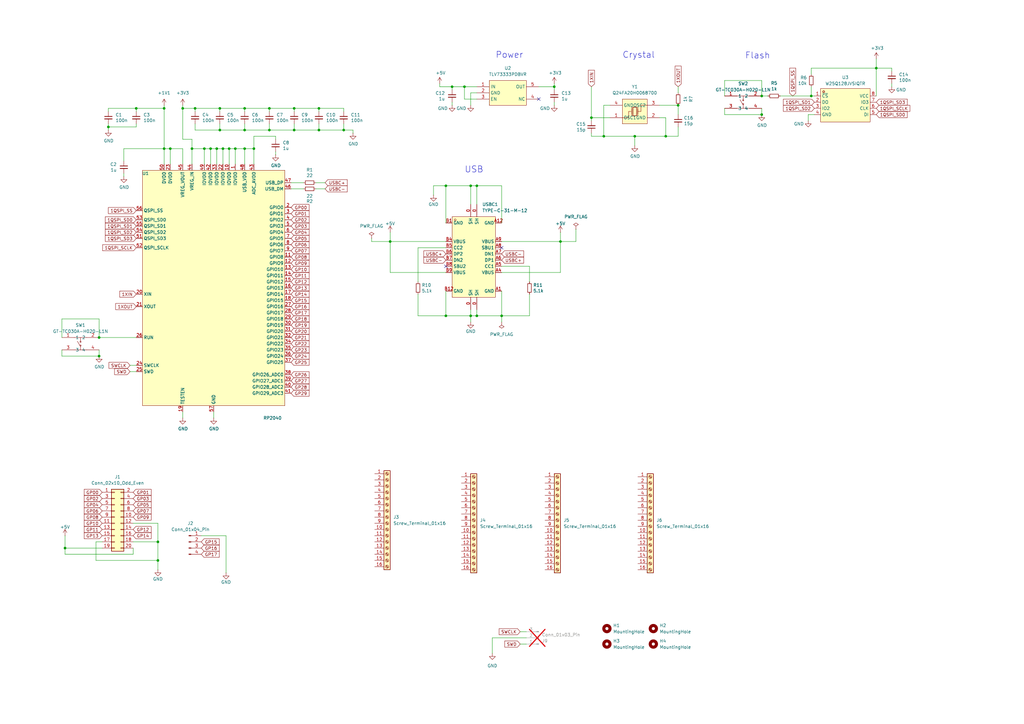
<source format=kicad_sch>
(kicad_sch (version 20231120) (generator "eeschema") (generator_version "8.0")
  (paper "A3")
  (junction (at 130.81 44.45))
  (junction (at 67.31 44.45))
  (junction (at 83.82 60.96))
  (junction (at 91.44 60.96))
  (junction (at 185.42 35.56))
  (junction (at 86.36 60.96))
  (junction (at 227.33 35.56))
  (junction (at 90.17 53.34))
  (junction (at 182.88 76.2))
  (junction (at 193.04 129.54))
  (junction (at 80.01 44.45))
  (junction (at 273.05 55.88))
  (junction (at 93.98 60.96))
  (junction (at 104.14 60.96))
  (junction (at 242.57 48.26))
  (junction (at 130.81 53.34))
  (junction (at 160.02 99.06))
  (junction (at 247.65 55.88))
  (junction (at 195.58 76.2))
  (junction (at 100.33 44.45))
  (junction (at 120.65 53.34))
  (junction (at 205.74 129.54))
  (junction (at 96.52 60.96))
  (junction (at 195.58 129.54))
  (junction (at 100.33 53.34))
  (junction (at 193.04 76.2))
  (junction (at 278.13 43.18))
  (junction (at 110.49 44.45))
  (junction (at 74.93 44.45))
  (junction (at 332.74 39.37))
  (junction (at 44.45 52.07))
  (junction (at 64.77 229.87))
  (junction (at 26.67 224.79))
  (junction (at 359.41 27.94))
  (junction (at 260.35 55.88))
  (junction (at 69.85 60.96))
  (junction (at 64.77 222.25))
  (junction (at 120.65 44.45))
  (junction (at 67.31 60.96))
  (junction (at 40.64 138.43))
  (junction (at 55.88 44.45))
  (junction (at 40.64 146.05))
  (junction (at 182.88 129.54))
  (junction (at 312.42 46.99))
  (junction (at 190.5 35.56))
  (junction (at 88.9 60.96))
  (junction (at 78.74 60.96))
  (junction (at 110.49 53.34))
  (junction (at 100.33 60.96))
  (junction (at 229.87 99.06))
  (junction (at 140.97 53.34))
  (junction (at 312.42 39.37))
  (junction (at 90.17 44.45))
  (no_connect (at 220.98 40.64))
  (no_connect (at 205.74 101.6))
  (no_connect (at 182.88 109.22))
  (wire (pts (xy 40.64 138.43) (xy 55.88 138.43)))
  (wire (pts (xy 171.45 120.65) (xy 171.45 129.54)))
  (wire (pts (xy 110.49 44.45) (xy 120.65 44.45)))
  (wire (pts (xy 69.85 60.96) (xy 69.85 67.31)))
  (wire (pts (xy 92.71 219.71) (xy 82.55 219.71)))
  (wire (pts (xy 185.42 36.83) (xy 185.42 35.56)))
  (wire (pts (xy 270.51 43.18) (xy 278.13 43.18)))
  (wire (pts (xy 312.42 33.02) (xy 312.42 39.37)))
  (wire (pts (xy 297.18 46.99) (xy 297.18 44.45)))
  (wire (pts (xy 312.42 46.99) (xy 312.42 44.45)))
  (wire (pts (xy 100.33 60.96) (xy 104.14 60.96)))
  (wire (pts (xy 190.5 40.64) (xy 190.5 35.56)))
  (wire (pts (xy 182.88 99.06) (xy 160.02 99.06)))
  (wire (pts (xy 144.78 53.34) (xy 144.78 54.61)))
  (wire (pts (xy 110.49 53.34) (xy 120.65 53.34)))
  (wire (pts (xy 297.18 33.02) (xy 297.18 39.37)))
  (wire (pts (xy 193.04 76.2) (xy 193.04 83.82)))
  (wire (pts (xy 201.93 267.97) (xy 201.93 261.62)))
  (wire (pts (xy 140.97 45.72) (xy 140.97 44.45)))
  (wire (pts (xy 67.31 60.96) (xy 69.85 60.96)))
  (wire (pts (xy 74.93 60.96) (xy 74.93 67.31)))
  (wire (pts (xy 205.74 129.54) (xy 195.58 129.54)))
  (wire (pts (xy 80.01 44.45) (xy 90.17 44.45)))
  (wire (pts (xy 80.01 45.72) (xy 80.01 44.45)))
  (wire (pts (xy 120.65 50.8) (xy 120.65 53.34)))
  (wire (pts (xy 39.37 229.87) (xy 64.77 229.87)))
  (wire (pts (xy 247.65 43.18) (xy 250.19 43.18)))
  (wire (pts (xy 193.04 76.2) (xy 195.58 76.2)))
  (wire (pts (xy 242.57 48.26) (xy 242.57 49.53)))
  (wire (pts (xy 227.33 41.91) (xy 227.33 43.18)))
  (wire (pts (xy 312.42 39.37) (xy 314.96 39.37)))
  (wire (pts (xy 129.54 74.93) (xy 133.35 74.93)))
  (wire (pts (xy 64.77 233.68) (xy 64.77 229.87)))
  (wire (pts (xy 180.34 35.56) (xy 185.42 35.56)))
  (wire (pts (xy 297.18 33.02) (xy 312.42 33.02)))
  (wire (pts (xy 78.74 57.15) (xy 74.93 57.15)))
  (wire (pts (xy 297.18 46.99) (xy 312.42 46.99)))
  (wire (pts (xy 69.85 60.96) (xy 74.93 60.96)))
  (wire (pts (xy 54.61 227.33) (xy 26.67 227.33)))
  (wire (pts (xy 140.97 53.34) (xy 144.78 53.34)))
  (wire (pts (xy 278.13 55.88) (xy 278.13 52.07)))
  (wire (pts (xy 93.98 67.31) (xy 93.98 60.96)))
  (wire (pts (xy 260.35 55.88) (xy 273.05 55.88)))
  (wire (pts (xy 25.4 146.05) (xy 25.4 143.51)))
  (wire (pts (xy 92.71 234.95) (xy 92.71 219.71)))
  (wire (pts (xy 74.93 57.15) (xy 74.93 44.45)))
  (wire (pts (xy 229.87 111.76) (xy 229.87 99.06)))
  (wire (pts (xy 152.4 97.79) (xy 152.4 99.06)))
  (wire (pts (xy 83.82 60.96) (xy 86.36 60.96)))
  (wire (pts (xy 177.8 80.01) (xy 177.8 76.2)))
  (wire (pts (xy 100.33 67.31) (xy 100.33 60.96)))
  (wire (pts (xy 113.03 62.23) (xy 113.03 63.5)))
  (wire (pts (xy 229.87 99.06) (xy 236.22 99.06)))
  (wire (pts (xy 78.74 67.31) (xy 78.74 60.96)))
  (wire (pts (xy 270.51 48.26) (xy 273.05 48.26)))
  (wire (pts (xy 217.17 120.65) (xy 217.17 129.54)))
  (wire (pts (xy 78.74 60.96) (xy 78.74 57.15)))
  (wire (pts (xy 236.22 93.98) (xy 236.22 99.06)))
  (wire (pts (xy 195.58 76.2) (xy 195.58 83.82)))
  (wire (pts (xy 100.33 50.8) (xy 100.33 53.34)))
  (wire (pts (xy 193.04 129.54) (xy 193.04 127)))
  (wire (pts (xy 78.74 60.96) (xy 83.82 60.96)))
  (wire (pts (xy 160.02 111.76) (xy 182.88 111.76)))
  (wire (pts (xy 55.88 44.45) (xy 67.31 44.45)))
  (wire (pts (xy 177.8 76.2) (xy 182.88 76.2)))
  (wire (pts (xy 195.58 129.54) (xy 193.04 129.54)))
  (wire (pts (xy 332.74 35.56) (xy 332.74 39.37)))
  (wire (pts (xy 242.57 55.88) (xy 247.65 55.88)))
  (wire (pts (xy 110.49 45.72) (xy 110.49 44.45)))
  (wire (pts (xy 120.65 45.72) (xy 120.65 44.45)))
  (wire (pts (xy 182.88 129.54) (xy 193.04 129.54)))
  (wire (pts (xy 55.88 45.72) (xy 55.88 44.45)))
  (wire (pts (xy 100.33 45.72) (xy 100.33 44.45)))
  (wire (pts (xy 100.33 53.34) (xy 110.49 53.34)))
  (wire (pts (xy 119.38 77.47) (xy 124.46 77.47)))
  (wire (pts (xy 26.67 227.33) (xy 26.67 224.79)))
  (wire (pts (xy 25.4 138.43) (xy 25.4 130.81)))
  (wire (pts (xy 359.41 27.94) (xy 365.76 27.94)))
  (wire (pts (xy 180.34 35.56) (xy 180.34 34.29)))
  (wire (pts (xy 93.98 60.96) (xy 96.52 60.96)))
  (wire (pts (xy 44.45 44.45) (xy 55.88 44.45)))
  (wire (pts (xy 190.5 40.64) (xy 195.58 40.64)))
  (wire (pts (xy 64.77 229.87) (xy 64.77 222.25)))
  (wire (pts (xy 229.87 111.76) (xy 205.74 111.76)))
  (wire (pts (xy 331.47 46.99) (xy 331.47 49.53)))
  (wire (pts (xy 120.65 44.45) (xy 130.81 44.45)))
  (wire (pts (xy 242.57 55.88) (xy 242.57 54.61)))
  (wire (pts (xy 331.47 46.99) (xy 334.01 46.99)))
  (wire (pts (xy 185.42 41.91) (xy 185.42 43.18)))
  (wire (pts (xy 129.54 77.47) (xy 133.35 77.47)))
  (wire (pts (xy 44.45 50.8) (xy 44.45 52.07)))
  (wire (pts (xy 90.17 50.8) (xy 90.17 53.34)))
  (wire (pts (xy 44.45 52.07) (xy 44.45 53.34)))
  (wire (pts (xy 44.45 52.07) (xy 55.88 52.07)))
  (wire (pts (xy 130.81 44.45) (xy 140.97 44.45)))
  (wire (pts (xy 39.37 222.25) (xy 41.91 222.25)))
  (wire (pts (xy 130.81 50.8) (xy 130.81 53.34)))
  (wire (pts (xy 91.44 60.96) (xy 93.98 60.96)))
  (wire (pts (xy 332.74 27.94) (xy 359.41 27.94)))
  (wire (pts (xy 54.61 224.79) (xy 54.61 227.33)))
  (wire (pts (xy 185.42 35.56) (xy 190.5 35.56)))
  (wire (pts (xy 96.52 60.96) (xy 100.33 60.96)))
  (wire (pts (xy 193.04 132.08) (xy 193.04 129.54)))
  (wire (pts (xy 273.05 48.26) (xy 273.05 55.88)))
  (wire (pts (xy 26.67 224.79) (xy 41.91 224.79)))
  (wire (pts (xy 365.76 27.94) (xy 365.76 29.21)))
  (wire (pts (xy 227.33 35.56) (xy 227.33 36.83)))
  (wire (pts (xy 54.61 214.63) (xy 64.77 214.63)))
  (wire (pts (xy 182.88 76.2) (xy 193.04 76.2)))
  (wire (pts (xy 74.93 168.91) (xy 74.93 171.45)))
  (wire (pts (xy 119.38 74.93) (xy 124.46 74.93)))
  (wire (pts (xy 87.63 168.91) (xy 87.63 171.45)))
  (wire (pts (xy 220.98 35.56) (xy 227.33 35.56)))
  (wire (pts (xy 278.13 35.56) (xy 278.13 38.1)))
  (wire (pts (xy 242.57 35.56) (xy 242.57 48.26)))
  (wire (pts (xy 40.64 143.51) (xy 40.64 146.05)))
  (wire (pts (xy 74.93 43.18) (xy 74.93 44.45)))
  (wire (pts (xy 39.37 222.25) (xy 39.37 229.87)))
  (wire (pts (xy 205.74 91.44) (xy 205.74 76.2)))
  (wire (pts (xy 182.88 101.6) (xy 171.45 101.6)))
  (wire (pts (xy 26.67 219.71) (xy 26.67 224.79)))
  (wire (pts (xy 359.41 27.94) (xy 359.41 39.37)))
  (wire (pts (xy 359.41 24.13) (xy 359.41 27.94)))
  (wire (pts (xy 86.36 60.96) (xy 88.9 60.96)))
  (wire (pts (xy 83.82 67.31) (xy 83.82 60.96)))
  (wire (pts (xy 193.04 38.1) (xy 193.04 43.18)))
  (wire (pts (xy 229.87 99.06) (xy 229.87 95.25)))
  (wire (pts (xy 53.34 149.86) (xy 55.88 149.86)))
  (wire (pts (xy 273.05 55.88) (xy 278.13 55.88)))
  (wire (pts (xy 100.33 44.45) (xy 110.49 44.45)))
  (wire (pts (xy 182.88 119.38) (xy 182.88 129.54)))
  (wire (pts (xy 193.04 38.1) (xy 195.58 38.1)))
  (wire (pts (xy 247.65 43.18) (xy 247.65 55.88)))
  (wire (pts (xy 55.88 52.07) (xy 55.88 50.8)))
  (wire (pts (xy 64.77 214.63) (xy 64.77 222.25)))
  (wire (pts (xy 90.17 53.34) (xy 100.33 53.34)))
  (wire (pts (xy 80.01 50.8) (xy 80.01 53.34)))
  (wire (pts (xy 247.65 55.88) (xy 260.35 55.88)))
  (wire (pts (xy 130.81 45.72) (xy 130.81 44.45)))
  (wire (pts (xy 242.57 48.26) (xy 250.19 48.26)))
  (wire (pts (xy 160.02 99.06) (xy 160.02 111.76)))
  (wire (pts (xy 217.17 115.57) (xy 217.17 109.22)))
  (wire (pts (xy 213.36 259.08) (xy 215.9 259.08)))
  (wire (pts (xy 67.31 43.18) (xy 67.31 44.45)))
  (wire (pts (xy 160.02 95.25) (xy 160.02 99.06)))
  (wire (pts (xy 110.49 50.8) (xy 110.49 53.34)))
  (wire (pts (xy 50.8 60.96) (xy 67.31 60.96)))
  (wire (pts (xy 201.93 261.62) (xy 215.9 261.62)))
  (wire (pts (xy 91.44 67.31) (xy 91.44 60.96)))
  (wire (pts (xy 130.81 53.34) (xy 140.97 53.34)))
  (wire (pts (xy 50.8 66.04) (xy 50.8 60.96)))
  (wire (pts (xy 171.45 101.6) (xy 171.45 115.57)))
  (wire (pts (xy 90.17 44.45) (xy 100.33 44.45)))
  (wire (pts (xy 74.93 44.45) (xy 80.01 44.45)))
  (wire (pts (xy 50.8 71.12) (xy 50.8 72.39)))
  (wire (pts (xy 332.74 27.94) (xy 332.74 30.48)))
  (wire (pts (xy 332.74 39.37) (xy 334.01 39.37)))
  (wire (pts (xy 90.17 53.34) (xy 80.01 53.34)))
  (wire (pts (xy 140.97 50.8) (xy 140.97 53.34)))
  (wire (pts (xy 190.5 35.56) (xy 195.58 35.56)))
  (wire (pts (xy 278.13 43.18) (xy 278.13 46.99)))
  (wire (pts (xy 195.58 129.54) (xy 195.58 127)))
  (wire (pts (xy 152.4 99.06) (xy 160.02 99.06)))
  (wire (pts (xy 67.31 60.96) (xy 67.31 67.31)))
  (wire (pts (xy 182.88 91.44) (xy 182.88 76.2)))
  (wire (pts (xy 53.34 152.4) (xy 55.88 152.4)))
  (wire (pts (xy 217.17 129.54) (xy 205.74 129.54)))
  (wire (pts (xy 205.74 76.2) (xy 195.58 76.2)))
  (wire (pts (xy 40.64 146.05) (xy 25.4 146.05)))
  (wire (pts (xy 88.9 60.96) (xy 91.44 60.96)))
  (wire (pts (xy 205.74 132.08) (xy 205.74 129.54)))
  (wire (pts (xy 96.52 67.31) (xy 96.52 60.96)))
  (wire (pts (xy 120.65 53.34) (xy 130.81 53.34)))
  (wire (pts (xy 104.14 55.88) (xy 113.03 55.88)))
  (wire (pts (xy 365.76 34.29) (xy 365.76 35.56)))
  (wire (pts (xy 205.74 99.06) (xy 229.87 99.06)))
  (wire (pts (xy 64.77 222.25) (xy 54.61 222.25)))
  (wire (pts (xy 40.64 130.81) (xy 40.64 138.43)))
  (wire (pts (xy 320.04 39.37) (xy 332.74 39.37)))
  (wire (pts (xy 205.74 119.38) (xy 205.74 129.54)))
  (wire (pts (xy 86.36 67.31) (xy 86.36 60.96)))
  (wire (pts (xy 227.33 34.29) (xy 227.33 35.56)))
  (wire (pts (xy 217.17 109.22) (xy 205.74 109.22)))
  (wire (pts (xy 90.17 45.72) (xy 90.17 44.45)))
  (wire (pts (xy 171.45 129.54) (xy 182.88 129.54)))
  (wire (pts (xy 25.4 130.81) (xy 40.64 130.81)))
  (wire (pts (xy 113.03 57.15) (xy 113.03 55.88)))
  (wire (pts (xy 104.14 55.88) (xy 104.14 60.96)))
  (wire (pts (xy 44.45 45.72) (xy 44.45 44.45)))
  (wire (pts (xy 260.35 55.88) (xy 260.35 59.69)))
  (wire (pts (xy 213.36 264.16) (xy 215.9 264.16)))
  (wire (pts (xy 88.9 67.31) (xy 88.9 60.96)))
  (wire (pts (xy 67.31 44.45) (xy 67.31 60.96)))
  (wire (pts (xy 104.14 60.96) (xy 104.14 67.31)))
  (text "Power" (at 203.2 24.13 0) (effects (font (size 2.54 2.54)) (justify left bottom)))
  (text "Crystal" (at 255.27 24.13 0) (effects (font (size 2.54 2.54)) (justify left bottom)))
  (text "Flash" (at 305.562 24.384 0) (effects (font (size 2.54 2.54)) (justify left bottom)))
  (text "USB" (at 190.5 71.12 0) (effects (font (size 2.54 2.54)) (justify left bottom)))
  (global_label "GP27" (shape input) (at 119.38 156.21 0) (property "Intersheetrefs" "${INTERSHEET_REFS}" (effects (hide yes))))
  (global_label "GP24" (shape input) (at 119.38 146.05 0) (property "Intersheetrefs" "${INTERSHEET_REFS}" (effects (hide yes))))
  (global_label "GP25" (shape input) (at 119.38 148.59 0) (property "Intersheetrefs" "${INTERSHEET_REFS}" (effects (hide yes))))
  (global_label "USBC+" (shape input) (at 133.35 74.93 0) (property "Intersheetrefs" "${INTERSHEET_REFS}" (effects (hide yes))))
  (global_label "GP07" (shape input) (at 54.61 209.55 0) (property "Intersheetrefs" "${INTERSHEET_REFS}" (effects (hide yes))))
  (global_label "GP28" (shape input) (at 119.38 158.75 0) (property "Intersheetrefs" "${INTERSHEET_REFS}" (effects (hide yes))))
  (global_label "1QSPI_SS" (shape input) (at 325.12 39.37 90) (property "Intersheetrefs" "${INTERSHEET_REFS}" (effects (hide yes))))
  (global_label "1QSPI_SD1" (shape input) (at 55.88 92.71 180) (property "Intersheetrefs" "${INTERSHEET_REFS}" (effects (hide yes))))
  (global_label "SWD" (shape input) (at 53.34 152.4 180) (property "Intersheetrefs" "${INTERSHEET_REFS}" (effects (hide yes))))
  (global_label "USBC+" (shape input) (at 205.74 106.68 0) (property "Intersheetrefs" "${INTERSHEET_REFS}" (effects (hide yes))))
  (global_label "GP01" (shape input) (at 54.61 201.93 0) (property "Intersheetrefs" "${INTERSHEET_REFS}" (effects (hide yes))))
  (global_label "1XIN" (shape input) (at 55.88 120.65 180) (property "Intersheetrefs" "${INTERSHEET_REFS}" (effects (hide yes))))
  (global_label "GP14" (shape input) (at 54.61 219.71 0) (property "Intersheetrefs" "${INTERSHEET_REFS}" (effects (hide yes))))
  (global_label "GP21" (shape input) (at 119.38 138.43 0) (property "Intersheetrefs" "${INTERSHEET_REFS}" (effects (hide yes))))
  (global_label "USBC-" (shape input) (at 133.35 77.47 0) (property "Intersheetrefs" "${INTERSHEET_REFS}" (effects (hide yes))))
  (global_label "GP06" (shape input) (at 41.91 209.55 180) (property "Intersheetrefs" "${INTERSHEET_REFS}" (effects (hide yes))))
  (global_label "1QSPI_SCLK" (shape input) (at 55.88 101.6 180) (property "Intersheetrefs" "${INTERSHEET_REFS}" (effects (hide yes))))
  (global_label "GP02" (shape input) (at 41.91 204.47 180) (property "Intersheetrefs" "${INTERSHEET_REFS}" (effects (hide yes))))
  (global_label "1QSPI_SD3" (shape input) (at 55.88 97.79 180) (property "Intersheetrefs" "${INTERSHEET_REFS}" (effects (hide yes))))
  (global_label "GP17" (shape input) (at 82.55 227.33 0) (property "Intersheetrefs" "${INTERSHEET_REFS}" (effects (hide yes))))
  (global_label "SWCLK" (shape input) (at 53.34 149.86 180) (property "Intersheetrefs" "${INTERSHEET_REFS}" (effects (hide yes))))
  (global_label "GP05" (shape input) (at 119.38 97.79 0) (property "Intersheetrefs" "${INTERSHEET_REFS}" (effects (hide yes))))
  (global_label "1XOUT" (shape input) (at 278.13 35.56 90) (property "Intersheetrefs" "${INTERSHEET_REFS}" (effects (hide yes))))
  (global_label "SWCLK" (shape input) (at 213.36 259.08 180) (property "Intersheetrefs" "${INTERSHEET_REFS}" (effects (hide yes))))
  (global_label "GP01" (shape input) (at 119.38 87.63 0) (property "Intersheetrefs" "${INTERSHEET_REFS}" (effects (hide yes))))
  (global_label "GP17" (shape input) (at 119.38 128.27 0) (property "Intersheetrefs" "${INTERSHEET_REFS}" (effects (hide yes))))
  (global_label "GP29" (shape input) (at 119.38 161.29 0) (property "Intersheetrefs" "${INTERSHEET_REFS}" (effects (hide yes))))
  (global_label "GP05" (shape input) (at 54.61 207.01 0) (property "Intersheetrefs" "${INTERSHEET_REFS}" (effects (hide yes))))
  (global_label "GP03" (shape input) (at 54.61 204.47 0) (property "Intersheetrefs" "${INTERSHEET_REFS}" (effects (hide yes))))
  (global_label "GP04" (shape input) (at 119.38 95.25 0) (property "Intersheetrefs" "${INTERSHEET_REFS}" (effects (hide yes))))
  (global_label "1QSPI_SS" (shape input) (at 55.88 86.36 180) (property "Intersheetrefs" "${INTERSHEET_REFS}" (effects (hide yes))))
  (global_label "GP07" (shape input) (at 119.38 102.87 0) (property "Intersheetrefs" "${INTERSHEET_REFS}" (effects (hide yes))))
  (global_label "GP11" (shape input) (at 119.38 113.03 0) (property "Intersheetrefs" "${INTERSHEET_REFS}" (effects (hide yes))))
  (global_label "GP16" (shape input) (at 119.38 125.73 0) (property "Intersheetrefs" "${INTERSHEET_REFS}" (effects (hide yes))))
  (global_label "USBC-" (shape input) (at 205.74 104.14 0) (property "Intersheetrefs" "${INTERSHEET_REFS}" (effects (hide yes))))
  (global_label "GP22" (shape input) (at 119.38 140.97 0) (property "Intersheetrefs" "${INTERSHEET_REFS}" (effects (hide yes))))
  (global_label "GP12" (shape input) (at 119.38 115.57 0) (property "Intersheetrefs" "${INTERSHEET_REFS}" (effects (hide yes))))
  (global_label "GP12" (shape input) (at 54.61 217.17 0) (property "Intersheetrefs" "${INTERSHEET_REFS}" (effects (hide yes))))
  (global_label "1QSPI_SD3" (shape input) (at 359.41 41.91 0) (property "Intersheetrefs" "${INTERSHEET_REFS}" (effects (hide yes))))
  (global_label "GP15" (shape input) (at 119.38 123.19 0) (property "Intersheetrefs" "${INTERSHEET_REFS}" (effects (hide yes))))
  (global_label "1QSPI_SD1" (shape input) (at 334.01 41.91 180) (property "Intersheetrefs" "${INTERSHEET_REFS}" (effects (hide yes))))
  (global_label "GP08" (shape input) (at 41.91 212.09 180) (property "Intersheetrefs" "${INTERSHEET_REFS}" (effects (hide yes))))
  (global_label "GP09" (shape input) (at 54.61 212.09 0) (property "Intersheetrefs" "${INTERSHEET_REFS}" (effects (hide yes))))
  (global_label "1QSPI_SD0" (shape input) (at 359.41 46.99 0) (property "Intersheetrefs" "${INTERSHEET_REFS}" (effects (hide yes))))
  (global_label "GP18" (shape input) (at 119.38 130.81 0) (property "Intersheetrefs" "${INTERSHEET_REFS}" (effects (hide yes))))
  (global_label "GP00" (shape input) (at 41.91 201.93 180) (property "Intersheetrefs" "${INTERSHEET_REFS}" (effects (hide yes))))
  (global_label "GP09" (shape input) (at 119.38 107.95 0) (property "Intersheetrefs" "${INTERSHEET_REFS}" (effects (hide yes))))
  (global_label "GP10" (shape input) (at 41.91 214.63 180) (property "Intersheetrefs" "${INTERSHEET_REFS}" (effects (hide yes))))
  (global_label "1XIN" (shape input) (at 242.57 35.56 90) (property "Intersheetrefs" "${INTERSHEET_REFS}" (effects (hide yes))))
  (global_label "GP06" (shape input) (at 119.38 100.33 0) (property "Intersheetrefs" "${INTERSHEET_REFS}" (effects (hide yes))))
  (global_label "GP20" (shape input) (at 119.38 135.89 0) (property "Intersheetrefs" "${INTERSHEET_REFS}" (effects (hide yes))))
  (global_label "GP13" (shape input) (at 41.91 219.71 180) (property "Intersheetrefs" "${INTERSHEET_REFS}" (effects (hide yes))))
  (global_label "1QSPI_SCLK" (shape input) (at 359.41 44.45 0) (property "Intersheetrefs" "${INTERSHEET_REFS}" (effects (hide yes))))
  (global_label "USBC+" (shape input) (at 182.88 104.14 180) (property "Intersheetrefs" "${INTERSHEET_REFS}" (effects (hide yes))))
  (global_label "1QSPI_SD0" (shape input) (at 55.88 90.17 180) (property "Intersheetrefs" "${INTERSHEET_REFS}" (effects (hide yes))))
  (global_label "GP26" (shape input) (at 119.38 153.67 0) (property "Intersheetrefs" "${INTERSHEET_REFS}" (effects (hide yes))))
  (global_label "GP10" (shape input) (at 119.38 110.49 0) (property "Intersheetrefs" "${INTERSHEET_REFS}" (effects (hide yes))))
  (global_label "USBC-" (shape input) (at 182.88 106.68 180) (property "Intersheetrefs" "${INTERSHEET_REFS}" (effects (hide yes))))
  (global_label "GP16" (shape input) (at 82.55 224.79 0) (property "Intersheetrefs" "${INTERSHEET_REFS}" (effects (hide yes))))
  (global_label "1XOUT" (shape input) (at 55.88 125.73 180) (property "Intersheetrefs" "${INTERSHEET_REFS}" (effects (hide yes))))
  (global_label "GP08" (shape input) (at 119.38 105.41 0) (property "Intersheetrefs" "${INTERSHEET_REFS}" (effects (hide yes))))
  (global_label "GP23" (shape input) (at 119.38 143.51 0) (property "Intersheetrefs" "${INTERSHEET_REFS}" (effects (hide yes))))
  (global_label "GP03" (shape input) (at 119.38 92.71 0) (property "Intersheetrefs" "${INTERSHEET_REFS}" (effects (hide yes))))
  (global_label "GP14" (shape input) (at 119.38 120.65 0) (property "Intersheetrefs" "${INTERSHEET_REFS}" (effects (hide yes))))
  (global_label "1QSPI_SD2" (shape input) (at 55.88 95.25 180) (property "Intersheetrefs" "${INTERSHEET_REFS}" (effects (hide yes))))
  (global_label "GP04" (shape input) (at 41.91 207.01 180) (property "Intersheetrefs" "${INTERSHEET_REFS}" (effects (hide yes))))
  (global_label "1QSPI_SD2" (shape input) (at 334.01 44.45 180) (property "Intersheetrefs" "${INTERSHEET_REFS}" (effects (hide yes))))
  (global_label "GP11" (shape input) (at 41.91 217.17 180) (property "Intersheetrefs" "${INTERSHEET_REFS}" (effects (hide yes))))
  (global_label "GP02" (shape input) (at 119.38 90.17 0) (property "Intersheetrefs" "${INTERSHEET_REFS}" (effects (hide yes))))
  (global_label "GP13" (shape input) (at 119.38 118.11 0) (property "Intersheetrefs" "${INTERSHEET_REFS}" (effects (hide yes))))
  (global_label "SWD" (shape input) (at 213.36 264.16 180) (property "Intersheetrefs" "${INTERSHEET_REFS}" (effects (hide yes))))
  (global_label "GP00" (shape input) (at 119.38 85.09 0) (property "Intersheetrefs" "${INTERSHEET_REFS}" (effects (hide yes))))
  (global_label "GP19" (shape input) (at 119.38 133.35 0) (property "Intersheetrefs" "${INTERSHEET_REFS}" (effects (hide yes))))
  (global_label "GP15" (shape input) (at 82.55 222.25 0) (property "Intersheetrefs" "${INTERSHEET_REFS}" (effects (hide yes))))
  (symbol (lib_id "Device:C_Small") (at 278.13 49.53 0) (unit 1)
    (property "Reference" "C16" (at 280.4668 48.3616 0) (effects (justify left)))
    (property "Value" "15p" (at 280.4668 50.673 0) (effects (justify left)))
    (property "Footprint" "Capacitor_SMD:C_0402_1005Metric" (effects (hide yes)))
    (property "Description" "Unpolarized capacitor, small symbol" (effects (hide yes)))
    (property "LCSC" "C1548" (effects (hide yes)))
    (property "LCSC Part" "C1548" (effects (hide yes)))
  )
  (symbol (lib_id "Device:C_Small") (at 227.33 39.37 0) (unit 1)
    (property "Reference" "C13" (at 230.251 38.2016 0) (effects (justify left)))
    (property "Value" "1u" (at 230.251 40.513 0) (effects (justify left)))
    (property "Footprint" "Capacitor_SMD:C_0402_1005Metric" (effects (hide yes)))
    (property "Description" "Unpolarized capacitor, small symbol" (effects (hide yes)))
    (property "LCSC" "C52923" (effects (hide yes)))
    (property "LCSC Part" "C52923" (effects (hide yes)))
  )
  (symbol (lib_id "Connector:Screw_Terminal_01x16") (at 158.75 212.09 0) (unit 1)
    (property "Reference" "J3" (at 161.29 212.0899 0) (effects (justify left)))
    (property "Value" "Screw_Terminal_01x16" (at 161.29 214.6299 0) (effects (justify left)))
    (property "Footprint" "Connector_PinSocket_2.54mm:PinSocket_1x16_P2.54mm_Vertical" (effects (hide yes)))
    (property "Description" "Generic screw terminal, single row, 01x16, script generated (kicad-library-utils/schlib/autogen/connector/)" (effects (hide yes)))
  )
  (symbol (lib_id "Device:R_Small") (at 171.45 118.11 0) (unit 1)
    (property "Reference" "R10" (at 172.9486 116.9416 0) (effects (justify left)))
    (property "Value" "5.1k" (at 172.9486 119.253 0) (effects (justify left)))
    (property "Footprint" "Resistor_SMD:R_0402_1005Metric" (effects (hide yes)))
    (property "Description" "Resistor, small symbol" (effects (hide yes)))
    (property "LCSC" "C25905" (effects (hide yes)))
    (property "LCSC Part" "C25905" (effects (hide yes)))
  )
  (symbol (lib_id "power:GND") (at 113.03 63.5 0) (unit 1)
    (property "Reference" "#PWR012" (effects (hide yes)))
    (property "Value" "GND" (at 113.157 67.8942 0))
    (property "Description" "Power symbol creates a global label with name \"GND\" , ground" (effects (hide yes)))
  )
  (symbol (lib_id "Device:C_Small") (at 140.97 48.26 0) (unit 1)
    (property "Reference" "C11" (at 143.891 47.0916 0) (effects (justify left)))
    (property "Value" "100n" (at 143.891 49.403 0) (effects (justify left)))
    (property "Footprint" "Capacitor_SMD:C_0402_1005Metric" (effects (hide yes)))
    (property "Description" "Unpolarized capacitor, small symbol" (effects (hide yes)))
    (property "LCSC" "C1525" (effects (hide yes)))
    (property "LCSC Part" "C1525" (effects (hide yes)))
  )
  (symbol (lib_id "power:GND") (at 144.78 54.61 0) (unit 1)
    (property "Reference" "#PWR013" (effects (hide yes)))
    (property "Value" "GND" (at 144.907 59.0042 0))
    (property "Description" "Power symbol creates a global label with name \"GND\" , ground" (effects (hide yes)))
  )
  (symbol (lib_id "Device:C_Small") (at 185.42 39.37 0) (mirror y) (unit 1)
    (property "Reference" "C12" (at 182.499 38.2016 0) (effects (justify left)))
    (property "Value" "1u" (at 182.499 40.513 0) (effects (justify left)))
    (property "Footprint" "Capacitor_SMD:C_0402_1005Metric" (effects (hide yes)))
    (property "Description" "Unpolarized capacitor, small symbol" (effects (hide yes)))
    (property "LCSC" "C52923" (effects (hide yes)))
    (property "LCSC Part" "C52923" (effects (hide yes)))
  )
  (symbol (lib_id "power:+5V") (at 160.02 95.25 0) (mirror y) (unit 1)
    (property "Reference" "#PWR037" (effects (hide yes)))
    (property "Value" "+5V" (at 160.02 91.694 0))
    (property "Description" "Power symbol creates a global label with name \"+5V\"" (effects (hide yes)))
  )
  (symbol (lib_id "Connector:Conn_01x04_Pin") (at 77.47 222.25 0) (unit 1)
    (property "Reference" "J2" (at 78.105 214.63 0))
    (property "Value" "Conn_01x04_Pin" (at 78.105 217.17 0))
    (property "Footprint" "Connector_PinHeader_2.54mm:PinHeader_1x04_P2.54mm_Horizontal" (effects (hide yes)))
    (property "Description" "Generic connector, single row, 01x04, script generated" (effects (hide yes)))
  )
  (symbol (lib_id "power:GND") (at 64.77 233.68 0) (unit 1)
    (property "Reference" "#PWR018" (effects (hide yes)))
    (property "Value" "GND" (at 64.77 237.49 0))
    (property "Description" "Power symbol creates a global label with name \"GND\" , ground" (effects (hide yes)))
  )
  (symbol (lib_id "power:+1V1") (at 67.31 43.18 0) (unit 1)
    (property "Reference" "#PWR06" (effects (hide yes)))
    (property "Value" "+1V1" (at 67.31 38.1 0))
    (property "Description" "Power symbol creates a global label with name \"+1V1\"" (effects (hide yes)))
  )
  (symbol (lib_id "power:GND") (at 260.35 59.69 0) (unit 1)
    (property "Reference" "#PWR026" (effects (hide yes)))
    (property "Value" "GND" (at 260.477 64.0842 0))
    (property "Description" "Power symbol creates a global label with name \"GND\" , ground" (effects (hide yes)))
  )
  (symbol (lib_id "Device:R_Small") (at 332.74 33.02 0) (mirror y) (unit 1)
    (property "Reference" "R6" (at 330.962 31.8516 0) (effects (justify left)))
    (property "Value" "10k" (at 330.962 34.163 0) (effects (justify left)))
    (property "Footprint" "Resistor_SMD:R_0402_1005Metric" (effects (hide yes)))
    (property "Description" "Resistor, small symbol" (effects (hide yes)))
    (property "LCSC" "C25744" (effects (hide yes)))
    (property "LCSC Part" "C25744" (effects (hide yes)))
  )
  (symbol (lib_id "easyeda:Q24FA20H0068700") (at 260.35 45.72 0) (unit 1)
    (property "Reference" "Y1" (at 260.35 35.56 0))
    (property "Value" "Q24FA20H0068700" (at 260.35 38.1 0))
    (property "Footprint" "easyeda:CRYSTAL-SMD_4P-L2.5-W2.0-BL" (effects (hide yes)))
    (property "Datasheet" "https://lcsc.com/product-detail/SMD-Crystals_EPSON_FA-20H12-0000MD30V-K5-ND_FA-20H-12-0000MD30V-K5-ND_C90603.html" (effects (hide yes)))
    (property "LCSC Part" "C90603" (effects (hide yes)))
    (property "LCSC" "C90603" (effects (hide yes)))
  )
  (symbol (lib_id "Device:C_Small") (at 365.76 31.75 0) (unit 1)
    (property "Reference" "C14" (at 368.681 30.5816 0) (effects (justify left)))
    (property "Value" "100n" (at 368.681 32.893 0) (effects (justify left)))
    (property "Footprint" "Capacitor_SMD:C_0402_1005Metric" (effects (hide yes)))
    (property "Description" "Unpolarized capacitor, small symbol" (effects (hide yes)))
    (property "LCSC" "C1525" (effects (hide yes)))
    (property "LCSC Part" "C1525" (effects (hide yes)))
  )
  (symbol (lib_id "power:+3V3") (at 359.41 24.13 0) (unit 1)
    (property "Reference" "#PWR022" (effects (hide yes)))
    (property "Value" "+3V3" (at 359.791 19.7358 0))
    (property "Description" "Power symbol creates a global label with name \"+3V3\"" (effects (hide yes)))
  )
  (symbol (lib_id "easyeda:TLV73333PDBVR") (at 208.28 38.1 0) (unit 1)
    (property "Reference" "U2" (at 208.28 27.94 0))
    (property "Value" "TLV73333PDBVR" (at 208.28 30.48 0))
    (property "Footprint" "easyeda:SOT-23-5_L3.0-W1.7-P0.95-LS2.8-BR" (effects (hide yes)))
    (property "Datasheet" "https://lcsc.com/product-detail/Low-Dropout-Regulators-LDO_TI_TLV73333PDBVR_TLV73333PDBVR_C134139.html" (effects (hide yes)))
    (property "LCSC Part" "C134139" (effects (hide yes)))
    (property "LCSC" "C134139" (effects (hide yes)))
  )
  (symbol (lib_id "Device:C_Small") (at 130.81 48.26 0) (unit 1)
    (property "Reference" "C10" (at 133.731 47.0916 0) (effects (justify left)))
    (property "Value" "100n" (at 133.731 49.403 0) (effects (justify left)))
    (property "Footprint" "Capacitor_SMD:C_0402_1005Metric" (effects (hide yes)))
    (property "Description" "Unpolarized capacitor, small symbol" (effects (hide yes)))
    (property "LCSC" "C1525" (effects (hide yes)))
    (property "LCSC Part" "C1525" (effects (hide yes)))
  )
  (symbol (lib_id "Device:C_Small") (at 242.57 52.07 0) (mirror x) (unit 1)
    (property "Reference" "C15" (at 240.2332 50.9016 0) (effects (justify right)))
    (property "Value" "15p" (at 240.2332 53.213 0) (effects (justify right)))
    (property "Footprint" "Capacitor_SMD:C_0402_1005Metric" (effects (hide yes)))
    (property "Description" "Unpolarized capacitor, small symbol" (effects (hide yes)))
    (property "LCSC" "C1548" (effects (hide yes)))
    (property "LCSC Part" "C1548" (effects (hide yes)))
  )
  (symbol (lib_id "Mechanical:MountingHole") (at 248.92 264.16 0) (unit 1) (in_bom no)
    (property "Reference" "H3" (at 251.46 262.89 0) (effects (justify left)))
    (property "Value" "MountingHole" (at 251.46 265.43 0) (effects (justify left)))
    (property "Footprint" "MountingHole:MountingHole_2.2mm_M2" (effects (hide yes)))
    (property "Description" "Mounting Hole without connection" (effects (hide yes)))
  )
  (symbol (lib_id "Device:C_Small") (at 110.49 48.26 0) (unit 1)
    (property "Reference" "C7" (at 113.411 47.0916 0) (effects (justify left)))
    (property "Value" "100n" (at 113.411 49.403 0) (effects (justify left)))
    (property "Footprint" "Capacitor_SMD:C_0402_1005Metric" (effects (hide yes)))
    (property "Description" "Unpolarized capacitor, small symbol" (effects (hide yes)))
    (property "LCSC" "C1525" (effects (hide yes)))
    (property "LCSC Part" "C1525" (effects (hide yes)))
  )
  (symbol (lib_id "power:GND") (at 87.63 171.45 0) (unit 1)
    (property "Reference" "#PWR011" (effects (hide yes)))
    (property "Value" "GND" (at 87.757 175.8442 0))
    (property "Description" "Power symbol creates a global label with name \"GND\" , ground" (effects (hide yes)))
  )
  (symbol (lib_id "power:PWR_FLAG") (at 205.74 132.08 180) (unit 1)
    (property "Reference" "#FLG04" (effects (hide yes)))
    (property "Value" "PWR_FLAG" (at 205.74 137.16 0))
    (property "Description" "Special symbol for telling ERC where power comes from" (effects (hide yes)))
  )
  (symbol (lib_id "Device:C_Small") (at 90.17 48.26 0) (unit 1)
    (property "Reference" "C5" (at 93.091 47.0916 0) (effects (justify left)))
    (property "Value" "100n" (at 93.091 49.403 0) (effects (justify left)))
    (property "Footprint" "Capacitor_SMD:C_0402_1005Metric" (effects (hide yes)))
    (property "Description" "Unpolarized capacitor, small symbol" (effects (hide yes)))
    (property "LCSC" "C1525" (effects (hide yes)))
    (property "LCSC Part" "C1525" (effects (hide yes)))
  )
  (symbol (lib_id "power:+5V") (at 180.34 34.29 0) (unit 1)
    (property "Reference" "#PWR014" (effects (hide yes)))
    (property "Value" "+5V" (at 180.721 29.8958 0))
    (property "Description" "Power symbol creates a global label with name \"+5V\"" (effects (hide yes)))
  )
  (symbol (lib_id "Device:C_Small") (at 44.45 48.26 0) (unit 1)
    (property "Reference" "C1" (at 47.371 47.0916 0) (effects (justify left)))
    (property "Value" "100n" (at 47.371 49.403 0) (effects (justify left)))
    (property "Footprint" "Capacitor_SMD:C_0402_1005Metric" (effects (hide yes)))
    (property "Description" "Unpolarized capacitor, small symbol" (effects (hide yes)))
    (property "LCSC" "C1525" (effects (hide yes)))
    (property "LCSC Part" "C1525" (effects (hide yes)))
  )
  (symbol (lib_id "power:GND") (at 227.33 43.18 0) (unit 1)
    (property "Reference" "#PWR021" (effects (hide yes)))
    (property "Value" "GND" (at 223.52 44.45 0))
    (property "Description" "Power symbol creates a global label with name \"GND\" , ground" (effects (hide yes)))
  )
  (symbol (lib_id "power:+3V3") (at 74.93 43.18 0) (unit 1)
    (property "Reference" "#PWR08" (effects (hide yes)))
    (property "Value" "+3V3" (at 74.93 38.1 0))
    (property "Description" "Power symbol creates a global label with name \"+3V3\"" (effects (hide yes)))
  )
  (symbol (lib_id "power:+5V") (at 26.67 219.71 0) (unit 1)
    (property "Reference" "#PWR01" (effects (hide yes)))
    (property "Value" "+5V" (at 26.67 216.154 0))
    (property "Description" "Power symbol creates a global label with name \"+5V\"" (effects (hide yes)))
  )
  (symbol (lib_id "Device:R_Small") (at 278.13 40.64 180) (unit 1)
    (property "Reference" "R7" (at 283.3878 40.64 90))
    (property "Value" "1k" (at 281.0764 40.64 90))
    (property "Footprint" "Resistor_SMD:R_0402_1005Metric" (effects (hide yes)))
    (property "Description" "Resistor, small symbol" (effects (hide yes)))
    (property "LCSC" "C11702" (effects (hide yes)))
    (property "LCSC Part" "C11702" (effects (hide yes)))
  )
  (symbol (lib_id "power:GND") (at 185.42 43.18 0) (unit 1)
    (property "Reference" "#PWR015" (effects (hide yes)))
    (property "Value" "GND" (at 181.61 44.45 0))
    (property "Description" "Power symbol creates a global label with name \"GND\" , ground" (effects (hide yes)))
  )
  (symbol (lib_id "power:GND") (at 312.42 46.99 0) (unit 1)
    (property "Reference" "#PWR016" (effects (hide yes)))
    (property "Value" "GND" (at 312.547 51.3842 0))
    (property "Description" "Power symbol creates a global label with name \"GND\" , ground" (effects (hide yes)))
  )
  (symbol (lib_id "power:PWR_FLAG") (at 152.4 97.79 0) (mirror y) (unit 1)
    (property "Reference" "#FLG02" (effects (hide yes)))
    (property "Value" "PWR_FLAG" (at 152.4 92.71 0))
    (property "Description" "Special symbol for telling ERC where power comes from" (effects (hide yes)))
  )
  (symbol (lib_id "Connector:Conn_01x03_Pin") (at 220.98 261.62 180) (unit 1) (in_bom no) (dnp yes)
    (property "Reference" "J9" (at 222.25 262.89 0) (effects (justify right)))
    (property "Value" "Conn_01x03_Pin" (at 222.25 260.35 0) (effects (justify right)))
    (property "Footprint" "Connector_PinHeader_2.54mm:PinHeader_1x03_P2.54mm_Vertical" (effects (hide yes)))
    (property "Description" "Generic connector, single row, 01x03, script generated" (effects (hide yes)))
  )
  (symbol (lib_id "Device:C_Small") (at 120.65 48.26 0) (unit 1)
    (property "Reference" "C9" (at 123.571 47.0916 0) (effects (justify left)))
    (property "Value" "100n" (at 123.571 49.403 0) (effects (justify left)))
    (property "Footprint" "Capacitor_SMD:C_0402_1005Metric" (effects (hide yes)))
    (property "Description" "Unpolarized capacitor, small symbol" (effects (hide yes)))
    (property "LCSC" "C1525" (effects (hide yes)))
    (property "LCSC Part" "C1525" (effects (hide yes)))
  )
  (symbol (lib_id "power:GND") (at 331.47 49.53 0) (unit 1)
    (property "Reference" "#PWR023" (effects (hide yes)))
    (property "Value" "GND" (at 327.66 50.8 0))
    (property "Description" "Power symbol creates a global label with name \"GND\" , ground" (effects (hide yes)))
  )
  (symbol (lib_id "Connector_Generic:Conn_02x10_Odd_Even") (at 46.99 212.09 0) (unit 1)
    (property "Reference" "J1" (at 48.26 195.58 0))
    (property "Value" "Conn_02x10_Odd_Even" (at 48.26 198.12 0))
    (property "Footprint" "Connector_PinSocket_2.54mm:PinSocket_2x10_P2.54mm_Vertical" (effects (hide yes)))
    (property "Description" "Generic connector, double row, 02x10, odd/even pin numbering scheme (row 1 odd numbers, row 2 even numbers), script generated (kicad-library-utils/schlib/autogen/connector/)" (effects (hide yes)))
  )
  (symbol (lib_id "Device:C_Small") (at 50.8 68.58 0) (mirror y) (unit 1)
    (property "Reference" "C2" (at 47.879 67.4116 0) (effects (justify left)))
    (property "Value" "1u" (at 47.879 69.723 0) (effects (justify left)))
    (property "Footprint" "Capacitor_SMD:C_0402_1005Metric" (effects (hide yes)))
    (property "Description" "Unpolarized capacitor, small symbol" (effects (hide yes)))
    (property "LCSC" "C52923" (effects (hide yes)))
    (property "LCSC Part" "C52923" (effects (hide yes)))
  )
  (symbol (lib_id "Mechanical:MountingHole") (at 267.97 257.81 0) (unit 1) (in_bom no)
    (property "Reference" "H2" (at 270.51 256.54 0) (effects (justify left)))
    (property "Value" "MountingHole" (at 270.51 259.08 0) (effects (justify left)))
    (property "Footprint" "MountingHole:MountingHole_2.2mm_M2" (effects (hide yes)))
    (property "Description" "Mounting Hole without connection" (effects (hide yes)))
  )
  (symbol (lib_id "power:GND") (at 50.8 72.39 0) (unit 1)
    (property "Reference" "#PWR04" (effects (hide yes)))
    (property "Value" "GND" (at 50.927 76.7842 0))
    (property "Description" "Power symbol creates a global label with name \"GND\" , ground" (effects (hide yes)))
  )
  (symbol (lib_id "Mechanical:MountingHole") (at 267.97 264.16 0) (unit 1) (exclude_from_sim yes) (in_bom no)
    (property "Reference" "H4" (at 270.51 262.89 0) (effects (justify left)))
    (property "Value" "MountingHole" (at 270.51 265.43 0) (effects (justify left)))
    (property "Footprint" "MountingHole:MountingHole_2.2mm_M2" (effects (hide yes)))
    (property "Description" "Mounting Hole without connection" (effects (hide yes)))
  )
  (symbol (lib_id "easyeda:TYPE-C-31-M-12") (at 194.31 105.41 0) (unit 1)
    (property "Reference" "USBC1" (at 197.7741 83.82 0) (effects (justify left)))
    (property "Value" "TYPE-C-31-M-12" (at 197.7741 86.36 0) (effects (justify left)))
    (property "Footprint" "easyeda:USB-C_SMD-TYPE-C-31-M-12" (effects (hide yes)))
    (property "Datasheet" "https://lcsc.com/product-detail/USB-Type-C_Korean-Hroparts-Elec-TYPE-C-31-M-12_C165948.html" (effects (hide yes)))
    (property "LCSC Part" "C165948" (effects (hide yes)))
    (property "LCSC" "C165948" (effects (hide yes)))
  )
  (symbol (lib_id "Connector:Screw_Terminal_01x16") (at 228.6 213.36 0) (unit 1)
    (property "Reference" "J5" (at 231.14 213.3599 0) (effects (justify left)))
    (property "Value" "Screw_Terminal_01x16" (at 231.14 215.8999 0) (effects (justify left)))
    (property "Footprint" "Connector_PinSocket_2.54mm:PinSocket_1x16_P2.54mm_Vertical" (effects (hide yes)))
    (property "Description" "Generic screw terminal, single row, 01x16, script generated (kicad-library-utils/schlib/autogen/connector/)" (effects (hide yes)))
  )
  (symbol (lib_id "Device:R_Small") (at 127 77.47 270) (mirror x) (unit 1)
    (property "Reference" "R2" (at 127 82.55 90))
    (property "Value" "22" (at 127 80.4164 90))
    (property "Footprint" "Resistor_SMD:R_0402_1005Metric" (effects (hide yes)))
    (property "Description" "Resistor, small symbol" (effects (hide yes)))
    (property "LCSC" "C25092" (effects (hide yes)))
    (property "LCSC Part" "C25092" (effects (hide yes)))
  )
  (symbol (lib_id "Device:C_Small") (at 113.03 59.69 0) (unit 1)
    (property "Reference" "C8" (at 115.951 58.5216 0) (effects (justify left)))
    (property "Value" "1u" (at 115.951 60.833 0) (effects (justify left)))
    (property "Footprint" "Capacitor_SMD:C_0402_1005Metric" (effects (hide yes)))
    (property "Description" "Unpolarized capacitor, small symbol" (effects (hide yes)))
    (property "LCSC" "C52923" (effects (hide yes)))
    (property "LCSC Part" "C52923" (effects (hide yes)))
  )
  (symbol (lib_id "power:GND") (at 74.93 171.45 0) (unit 1)
    (property "Reference" "#PWR010" (effects (hide yes)))
    (property "Value" "GND" (at 75.057 175.8442 0))
    (property "Description" "Power symbol creates a global label with name \"GND\" , ground" (effects (hide yes)))
  )
  (symbol (lib_id "Device:C_Small") (at 80.01 48.26 0) (unit 1)
    (property "Reference" "C4" (at 82.931 47.0916 0) (effects (justify left)))
    (property "Value" "100n" (at 82.931 49.403 0) (effects (justify left)))
    (property "Footprint" "Capacitor_SMD:C_0402_1005Metric" (effects (hide yes)))
    (property "Description" "Unpolarized capacitor, small symbol" (effects (hide yes)))
    (property "LCSC" "C1525" (effects (hide yes)))
    (property "LCSC Part" "C1525" (effects (hide yes)))
  )
  (symbol (lib_id "power:+5V") (at 229.87 95.25 0) (unit 1)
    (property "Reference" "#PWR036" (effects (hide yes)))
    (property "Value" "+5V" (at 229.87 91.694 0))
    (property "Description" "Power symbol creates a global label with name \"+5V\"" (effects (hide yes)))
  )
  (symbol (lib_id "power:GND") (at 44.45 53.34 0) (unit 1)
    (property "Reference" "#PWR02" (effects (hide yes)))
    (property "Value" "GND" (at 44.577 57.7342 0))
    (property "Description" "Power symbol creates a global label with name \"GND\" , ground" (effects (hide yes)))
  )
  (symbol (lib_id "power:GND") (at 201.93 267.97 0) (unit 1)
    (property "Reference" "#PWR09" (effects (hide yes)))
    (property "Value" "GND" (at 201.93 273.05 0))
    (property "Description" "Power symbol creates a global label with name \"GND\" , ground" (effects (hide yes)))
  )
  (symbol (lib_id "Device:R_Small") (at 217.17 118.11 0) (unit 1)
    (property "Reference" "R11" (at 218.6686 116.9416 0) (effects (justify left)))
    (property "Value" "5.1k" (at 218.6686 119.253 0) (effects (justify left)))
    (property "Footprint" "Resistor_SMD:R_0402_1005Metric" (effects (hide yes)))
    (property "Description" "Resistor, small symbol" (effects (hide yes)))
    (property "LCSC" "C25905" (effects (hide yes)))
    (property "LCSC Part" "C25905" (effects (hide yes)))
  )
  (symbol (lib_id "easyeda:RP2040") (at 87.63 120.65 0) (unit 1)
    (property "Reference" "U1" (at 59.69 71.12 0))
    (property "Value" "RP2040" (at 111.76 171.45 0))
    (property "Footprint" "easyeda:LQFN-56_L7.0-W7.0-P0.4-EP" (effects (hide yes)))
    (property "LCSC" "C2040" (effects (hide yes)))
    (property "LCSC Part" "C2040" (effects (hide yes)))
  )
  (symbol (lib_id "power:+3V3") (at 227.33 34.29 0) (unit 1)
    (property "Reference" "#PWR020" (effects (hide yes)))
    (property "Value" "+3V3" (at 227.711 29.8958 0))
    (property "Description" "Power symbol creates a global label with name \"+3V3\"" (effects (hide yes)))
  )
  (symbol (lib_id "easyeda:GT-TC030A-H020-L1N") (at 33.02 140.97 0) (unit 1)
    (property "Reference" "SW1" (at 33.02 133.35 0))
    (property "Value" "GT-TC030A-H020-L1N" (at 33.02 135.89 0))
    (property "Footprint" "easyeda:SW-SMD_4P-L3.6-W3.0-P1.50-LS4.7" (effects (hide yes)))
    (property "LCSC Part" "C843670" (effects (hide yes)))
    (property "LCSC" "C843670" (effects (hide yes)))
  )
  (symbol (lib_id "easyeda:W25Q128JVSIQTR") (at 346.71 43.18 0) (unit 1)
    (property "Reference" "U3" (at 346.71 31.75 0))
    (property "Value" "W25Q128JVSIQTR" (at 346.71 34.29 0))
    (property "Footprint" "easyeda:SOIC-8_L5.3-W5.3-P1.27-LS8.0-BL" (effects (hide yes)))
    (property "Datasheet" "https://lcsc.com/product-detail/FLASH_W25Q128JVSIQTR_C97521.html" (effects (hide yes)))
    (property "LCSC Part" "C97521" (effects (hide yes)))
    (property "LCSC" "C97521" (effects (hide yes)))
  )
  (symbol (lib_id "Device:R_Small") (at 317.5 39.37 270) (unit 1)
    (property "Reference" "R5" (at 317.5 34.1122 90))
    (property "Value" "1k" (at 317.5 36.4236 90))
    (property "Footprint" "Resistor_SMD:R_0402_1005Metric" (effects (hide yes)))
    (property "Description" "Resistor, small symbol" (effects (hide yes)))
    (property "LCSC" "C11702" (effects (hide yes)))
    (property "LCSC Part" "C11702" (effects (hide yes)))
  )
  (symbol (lib_id "Connector:Screw_Terminal_01x16") (at 194.31 213.36 0) (unit 1)
    (property "Reference" "J4" (at 196.85 213.3599 0) (effects (justify left)))
    (property "Value" "Screw_Terminal_01x16" (at 196.85 215.8999 0) (effects (justify left)))
    (property "Footprint" "Connector_PinSocket_2.54mm:PinSocket_1x16_P2.54mm_Vertical" (effects (hide yes)))
    (property "Description" "Generic screw terminal, single row, 01x16, script generated (kicad-library-utils/schlib/autogen/connector/)" (effects (hide yes)))
  )
  (symbol (lib_id "power:GND") (at 40.64 146.05 0) (unit 1)
    (property "Reference" "#PWR03" (effects (hide yes)))
    (property "Value" "GND" (at 40.767 150.4442 0))
    (property "Description" "Power symbol creates a global label with name \"GND\" , ground" (effects (hide yes)))
  )
  (symbol (lib_id "power:GND") (at 177.8 80.01 0) (unit 1)
    (property "Reference" "#PWR031" (effects (hide yes)))
    (property "Value" "GND" (at 177.8 83.82 0))
    (property "Description" "Power symbol creates a global label with name \"GND\" , ground" (effects (hide yes)))
  )
  (symbol (lib_id "easyeda:GT-TC030A-H020-L1N") (at 304.8 41.91 0) (unit 1)
    (property "Reference" "SW2" (at 304.8 34.29 0))
    (property "Value" "GT-TC030A-H020-L1N" (at 304.8 36.83 0))
    (property "Footprint" "easyeda:SW-SMD_4P-L3.6-W3.0-P1.50-LS4.7" (effects (hide yes)))
    (property "LCSC Part" "C843670" (effects (hide yes)))
    (property "LCSC" "C843670" (effects (hide yes)))
  )
  (symbol (lib_id "Device:R_Small") (at 127 74.93 270) (unit 1)
    (property "Reference" "R1" (at 127 69.6722 90))
    (property "Value" "22" (at 127 71.9836 90))
    (property "Footprint" "Resistor_SMD:R_0402_1005Metric" (effects (hide yes)))
    (property "Description" "Resistor, small symbol" (effects (hide yes)))
    (property "LCSC" "C25092" (effects (hide yes)))
    (property "LCSC Part" "C25092" (effects (hide yes)))
  )
  (symbol (lib_id "Connector:Screw_Terminal_01x16") (at 266.7 213.36 0) (unit 1)
    (property "Reference" "J6" (at 269.24 213.3599 0) (effects (justify left)))
    (property "Value" "Screw_Terminal_01x16" (at 269.24 215.8999 0) (effects (justify left)))
    (property "Footprint" "Connector_PinSocket_2.54mm:PinSocket_1x16_P2.54mm_Vertical" (effects (hide yes)))
    (property "Description" "Generic screw terminal, single row, 01x16, script generated (kicad-library-utils/schlib/autogen/connector/)" (effects (hide yes)))
  )
  (symbol (lib_id "Device:C_Small") (at 55.88 48.26 0) (unit 1)
    (property "Reference" "C3" (at 58.801 47.0916 0) (effects (justify left)))
    (property "Value" "100n" (at 58.801 49.403 0) (effects (justify left)))
    (property "Footprint" "Capacitor_SMD:C_0402_1005Metric" (effects (hide yes)))
    (property "Description" "Unpolarized capacitor, small symbol" (effects (hide yes)))
    (property "LCSC" "C1525" (effects (hide yes)))
    (property "LCSC Part" "C1525" (effects (hide yes)))
  )
  (symbol (lib_id "power:GND") (at 193.04 43.18 0) (unit 1)
    (property "Reference" "#PWR017" (effects (hide yes)))
    (property "Value" "GND" (at 189.23 44.45 0))
    (property "Description" "Power symbol creates a global label with name \"GND\" , ground" (effects (hide yes)))
  )
  (symbol (lib_id "power:GND") (at 92.71 234.95 0) (unit 1)
    (property "Reference" "#PWR05" (effects (hide yes)))
    (property "Value" "GND" (at 92.71 238.76 0))
    (property "Description" "Power symbol creates a global label with name \"GND\" , ground" (effects (hide yes)))
  )
  (symbol (lib_id "power:GND") (at 365.76 35.56 0) (unit 1)
    (property "Reference" "#PWR024" (effects (hide yes)))
    (property "Value" "GND" (at 369.57 36.83 0))
    (property "Description" "Power symbol creates a global label with name \"GND\" , ground" (effects (hide yes)))
  )
  (symbol (lib_id "power:PWR_FLAG") (at 236.22 93.98 0) (unit 1)
    (property "Reference" "#FLG01" (effects (hide yes)))
    (property "Value" "PWR_FLAG" (at 236.22 88.9 0))
    (property "Description" "Special symbol for telling ERC where power comes from" (effects (hide yes)))
  )
  (symbol (lib_id "Mechanical:MountingHole") (at 248.92 257.81 0) (unit 1) (in_bom no)
    (property "Reference" "H1" (at 251.46 256.54 0) (effects (justify left)))
    (property "Value" "MountingHole" (at 251.46 259.08 0) (effects (justify left)))
    (property "Footprint" "MountingHole:MountingHole_2.2mm_M2" (effects (hide yes)))
    (property "Description" "Mounting Hole without connection" (effects (hide yes)))
  )
  (symbol (lib_id "Device:C_Small") (at 100.33 48.26 0) (unit 1)
    (property "Reference" "C6" (at 103.251 47.0916 0) (effects (justify left)))
    (property "Value" "100n" (at 103.251 49.403 0) (effects (justify left)))
    (property "Footprint" "Capacitor_SMD:C_0402_1005Metric" (effects (hide yes)))
    (property "Description" "Unpolarized capacitor, small symbol" (effects (hide yes)))
    (property "LCSC" "C1525" (effects (hide yes)))
    (property "LCSC Part" "C1525" (effects (hide yes)))
  )
  (symbol (lib_id "power:GND") (at 193.04 132.08 0) (unit 1)
    (property "Reference" "#PWR035" (effects (hide yes)))
    (property "Value" "GND" (at 193.04 135.89 0))
    (property "Description" "Power symbol creates a global label with name \"GND\" , ground" (effects (hide yes)))
  )
)
</source>
